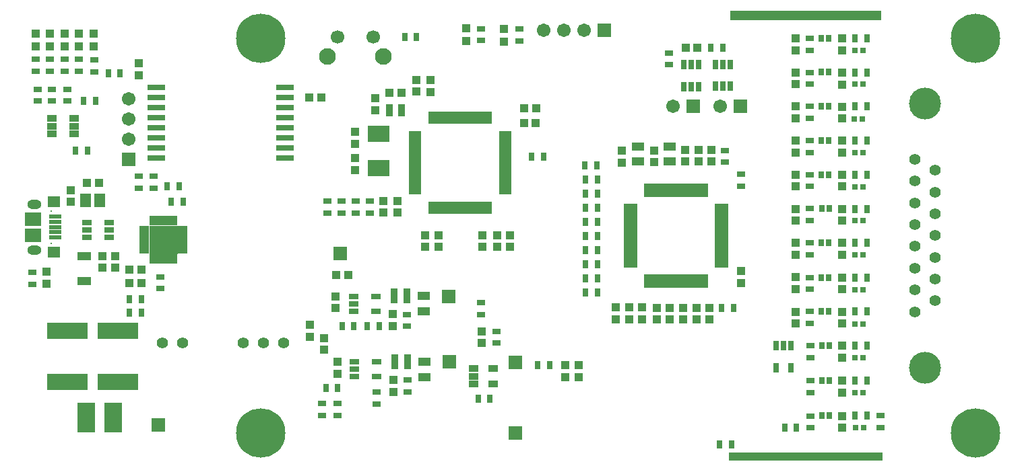
<source format=gts>
G04*
G04 #@! TF.GenerationSoftware,Altium Limited,Altium Designer,18.1.9 (240)*
G04*
G04 Layer_Color=8388736*
%FSAX25Y25*%
%MOIN*%
G70*
G01*
G75*
%ADD45R,0.74992X0.04724*%
%ADD46R,0.76022X0.04300*%
%ADD47R,0.05906X0.01968*%
%ADD48R,0.08280X0.06902*%
%ADD49R,0.06312X0.05524*%
%ADD50R,0.04737X0.03556*%
%ADD51R,0.01981X0.04540*%
%ADD52R,0.04540X0.01981*%
%ADD53R,0.13989X0.13989*%
%ADD54R,0.08674X0.03162*%
%ADD55R,0.03162X0.04737*%
%ADD56R,0.04737X0.03162*%
%ADD57R,0.11036X0.08280*%
%ADD58R,0.03044X0.03241*%
%ADD59R,0.03162X0.02769*%
%ADD60R,0.04343X0.03162*%
%ADD61R,0.03950X0.03950*%
%ADD62R,0.03162X0.04343*%
%ADD63R,0.03950X0.03950*%
%ADD64R,0.07099X0.04343*%
%ADD65R,0.08674X0.14973*%
%ADD66R,0.05485X0.06587*%
%ADD67R,0.20485X0.08280*%
%ADD68R,0.03556X0.07493*%
%ADD69R,0.05918X0.04343*%
%ADD70R,0.01981X0.06509*%
%ADD71R,0.06509X0.01981*%
%ADD72R,0.03753X0.06312*%
%ADD73R,0.01981X0.06312*%
%ADD74R,0.06312X0.01981*%
%ADD75R,0.00800X0.00800*%
%ADD76O,0.07099X0.04737*%
%ADD77C,0.15800*%
%ADD78C,0.05500*%
%ADD79C,0.05524*%
%ADD80R,0.06706X0.06706*%
%ADD81C,0.24422*%
%ADD82C,0.06706*%
%ADD83R,0.06706X0.06706*%
%ADD84C,0.08268*%
%ADD85C,0.06693*%
%ADD86C,0.02769*%
D45*
X0483203Y0329118D02*
D03*
D46*
X0483389Y0110675D02*
D03*
D47*
X0112102Y0226953D02*
D03*
Y0224394D02*
D03*
Y0219276D02*
D03*
Y0221835D02*
D03*
Y0229512D02*
D03*
D48*
X0100881Y0220358D02*
D03*
Y0228429D02*
D03*
D49*
X0111216Y0211795D02*
D03*
Y0236992D02*
D03*
D50*
X0121261Y0270654D02*
D03*
Y0274394D02*
D03*
Y0278134D02*
D03*
X0110435D02*
D03*
Y0274394D02*
D03*
Y0270654D02*
D03*
X0328539Y0146638D02*
D03*
Y0154118D02*
D03*
X0319090Y0146638D02*
D03*
Y0150378D02*
D03*
Y0154118D02*
D03*
D51*
X0159641Y0227543D02*
D03*
X0161609D02*
D03*
X0163578D02*
D03*
X0165547D02*
D03*
X0167515D02*
D03*
X0169483D02*
D03*
X0171452D02*
D03*
Y0208646D02*
D03*
X0169483D02*
D03*
X0167515D02*
D03*
X0165547D02*
D03*
X0163578D02*
D03*
X0161609D02*
D03*
X0159641D02*
D03*
D52*
X0174995Y0224000D02*
D03*
Y0222031D02*
D03*
Y0220063D02*
D03*
Y0218094D02*
D03*
Y0216126D02*
D03*
Y0214158D02*
D03*
Y0212189D02*
D03*
X0156098D02*
D03*
Y0214158D02*
D03*
Y0216126D02*
D03*
Y0218094D02*
D03*
Y0220063D02*
D03*
Y0222031D02*
D03*
Y0224000D02*
D03*
D53*
X0165547Y0218094D02*
D03*
D54*
X0162003Y0293468D02*
D03*
Y0288469D02*
D03*
Y0283469D02*
D03*
Y0278468D02*
D03*
Y0273468D02*
D03*
Y0268468D02*
D03*
Y0263469D02*
D03*
Y0258469D02*
D03*
X0225783Y0293468D02*
D03*
Y0288469D02*
D03*
Y0283469D02*
D03*
Y0278468D02*
D03*
Y0273468D02*
D03*
Y0268468D02*
D03*
Y0263469D02*
D03*
Y0258469D02*
D03*
D55*
X0422938Y0294112D02*
D03*
X0426678D02*
D03*
X0430418D02*
D03*
Y0304939D02*
D03*
X0426678D02*
D03*
X0422938D02*
D03*
X0438638Y0294212D02*
D03*
X0442378D02*
D03*
X0446118D02*
D03*
Y0305039D02*
D03*
X0442378D02*
D03*
X0438638D02*
D03*
X0476018Y0154712D02*
D03*
X0468538D02*
D03*
Y0165539D02*
D03*
X0472278D02*
D03*
X0476018D02*
D03*
D56*
X0127702Y0226654D02*
D03*
Y0222913D02*
D03*
Y0219173D02*
D03*
X0138529D02*
D03*
Y0222913D02*
D03*
Y0226654D02*
D03*
X0270935Y0157690D02*
D03*
Y0150209D02*
D03*
X0260108D02*
D03*
Y0153950D02*
D03*
Y0157690D02*
D03*
X0270591Y0190065D02*
D03*
Y0182585D02*
D03*
X0259765D02*
D03*
Y0186325D02*
D03*
Y0190065D02*
D03*
D57*
X0271978Y0253725D02*
D03*
Y0270654D02*
D03*
D58*
X0491328Y0130925D02*
D03*
X0495028D02*
D03*
X0491028Y0182525D02*
D03*
X0494728D02*
D03*
X0491277Y0165625D02*
D03*
X0494978D02*
D03*
X0491028Y0216625D02*
D03*
X0494728D02*
D03*
X0491278Y0148325D02*
D03*
X0494979D02*
D03*
X0491028Y0250425D02*
D03*
X0494728D02*
D03*
X0491178Y0233525D02*
D03*
X0494879D02*
D03*
X0490928Y0284125D02*
D03*
X0494628D02*
D03*
X0491128Y0267325D02*
D03*
X0494828D02*
D03*
X0490928Y0317925D02*
D03*
X0494628D02*
D03*
X0490977Y0301125D02*
D03*
X0494678D02*
D03*
X0491075Y0199425D02*
D03*
X0494776D02*
D03*
D59*
X0507909Y0124925D02*
D03*
X0511846D02*
D03*
X0507678Y0176425D02*
D03*
X0511615D02*
D03*
X0507778Y0159625D02*
D03*
X0511715D02*
D03*
X0507678Y0210525D02*
D03*
X0511615D02*
D03*
X0507778Y0142325D02*
D03*
X0511715D02*
D03*
X0507678Y0244325D02*
D03*
X0511615D02*
D03*
X0507678Y0227525D02*
D03*
X0511615D02*
D03*
X0507478Y0278025D02*
D03*
X0511415D02*
D03*
X0507778Y0261325D02*
D03*
X0511715D02*
D03*
X0507610Y0311825D02*
D03*
X0511547D02*
D03*
X0507678Y0295125D02*
D03*
X0511615D02*
D03*
X0507657Y0193325D02*
D03*
X0511594D02*
D03*
D60*
X0251721Y0136902D02*
D03*
Y0130997D02*
D03*
X0153342Y0243672D02*
D03*
Y0249578D02*
D03*
X0123814Y0301756D02*
D03*
Y0307661D02*
D03*
X0163972Y0199725D02*
D03*
Y0193820D02*
D03*
X0103342Y0292701D02*
D03*
Y0286795D02*
D03*
X0131295Y0301362D02*
D03*
Y0307268D02*
D03*
X0102365Y0301756D02*
D03*
Y0307661D02*
D03*
X0110270Y0292701D02*
D03*
Y0286795D02*
D03*
X0118153Y0286795D02*
D03*
Y0292700D02*
D03*
X0330178Y0166872D02*
D03*
Y0172778D02*
D03*
X0322678Y0180972D02*
D03*
Y0186878D02*
D03*
X0100588Y0196076D02*
D03*
Y0201981D02*
D03*
X0116727Y0307662D02*
D03*
Y0301756D02*
D03*
X0109444Y0307661D02*
D03*
Y0301756D02*
D03*
X0485278Y0312072D02*
D03*
Y0317978D02*
D03*
X0485325Y0193525D02*
D03*
Y0199431D02*
D03*
X0485278Y0278272D02*
D03*
Y0284178D02*
D03*
X0485378Y0244472D02*
D03*
Y0250378D02*
D03*
Y0210672D02*
D03*
Y0216578D02*
D03*
Y0176573D02*
D03*
Y0182478D02*
D03*
X0485278Y0295120D02*
D03*
Y0301025D02*
D03*
X0485478Y0261372D02*
D03*
Y0267278D02*
D03*
Y0227572D02*
D03*
Y0233478D02*
D03*
X0485578Y0142373D02*
D03*
Y0148278D02*
D03*
Y0165578D02*
D03*
Y0159672D02*
D03*
X0520378Y0130878D02*
D03*
Y0124972D02*
D03*
X0485678Y0130778D02*
D03*
Y0124872D02*
D03*
X0286078Y0175172D02*
D03*
Y0181078D02*
D03*
X0160626Y0249578D02*
D03*
Y0243672D02*
D03*
X0244121Y0130897D02*
D03*
Y0136802D02*
D03*
X0270921Y0136697D02*
D03*
Y0142602D02*
D03*
X0286421Y0142697D02*
D03*
Y0148602D02*
D03*
X0415578Y0304872D02*
D03*
Y0310778D02*
D03*
X0260578Y0237325D02*
D03*
Y0231420D02*
D03*
X0267578D02*
D03*
Y0237325D02*
D03*
X0253578Y0231420D02*
D03*
Y0237325D02*
D03*
X0246578D02*
D03*
Y0231420D02*
D03*
X0341578Y0322678D02*
D03*
Y0316772D02*
D03*
X0322778Y0322778D02*
D03*
Y0316872D02*
D03*
X0443178Y0262378D02*
D03*
Y0256472D02*
D03*
X0451478Y0250578D02*
D03*
Y0244672D02*
D03*
D61*
X0153342Y0299591D02*
D03*
Y0305496D02*
D03*
X0109444Y0314051D02*
D03*
Y0320350D02*
D03*
X0116728Y0314051D02*
D03*
Y0320350D02*
D03*
X0123814Y0314051D02*
D03*
Y0320350D02*
D03*
X0237987Y0170023D02*
D03*
Y0175929D02*
D03*
X0245074Y0169366D02*
D03*
Y0163461D02*
D03*
X0119727Y0236795D02*
D03*
Y0242701D02*
D03*
X0130901Y0314051D02*
D03*
Y0320350D02*
D03*
X0102365Y0313961D02*
D03*
Y0320260D02*
D03*
X0141532Y0210023D02*
D03*
Y0204117D02*
D03*
X0135244Y0210023D02*
D03*
Y0204117D02*
D03*
X0107673Y0196244D02*
D03*
Y0202150D02*
D03*
X0501178Y0317878D02*
D03*
Y0311972D02*
D03*
X0478178Y0317978D02*
D03*
Y0312072D02*
D03*
X0501225Y0199425D02*
D03*
Y0193520D02*
D03*
X0478225Y0199478D02*
D03*
Y0193572D02*
D03*
X0478178Y0284131D02*
D03*
Y0278225D02*
D03*
X0501178Y0284078D02*
D03*
Y0278172D02*
D03*
X0478278Y0250378D02*
D03*
Y0244472D02*
D03*
X0501278Y0250378D02*
D03*
Y0244472D02*
D03*
X0478278Y0216578D02*
D03*
Y0210672D02*
D03*
X0501278Y0216578D02*
D03*
Y0210672D02*
D03*
X0478278Y0182431D02*
D03*
Y0176525D02*
D03*
X0501278Y0182431D02*
D03*
Y0176525D02*
D03*
X0501178Y0300978D02*
D03*
Y0295072D02*
D03*
X0478178Y0301031D02*
D03*
Y0295125D02*
D03*
X0501278Y0267178D02*
D03*
Y0261272D02*
D03*
X0478278Y0267278D02*
D03*
Y0261372D02*
D03*
X0501278Y0233378D02*
D03*
Y0227472D02*
D03*
X0478278Y0233431D02*
D03*
Y0227525D02*
D03*
X0501378Y0148131D02*
D03*
Y0142225D02*
D03*
Y0165478D02*
D03*
Y0159572D02*
D03*
Y0130731D02*
D03*
Y0124825D02*
D03*
X0250578Y0184172D02*
D03*
Y0190078D02*
D03*
X0278878Y0175220D02*
D03*
Y0181125D02*
D03*
X0251521Y0151744D02*
D03*
Y0157650D02*
D03*
X0279221Y0142697D02*
D03*
Y0148602D02*
D03*
X0409578Y0184425D02*
D03*
Y0178520D02*
D03*
X0416078D02*
D03*
Y0184425D02*
D03*
X0423678Y0262778D02*
D03*
Y0256872D02*
D03*
X0408178Y0256525D02*
D03*
Y0262431D02*
D03*
X0392378Y0256372D02*
D03*
Y0262278D02*
D03*
X0451478Y0202678D02*
D03*
Y0196772D02*
D03*
X0435678Y0178520D02*
D03*
Y0184425D02*
D03*
X0323178Y0214520D02*
D03*
Y0220425D02*
D03*
X0323078Y0166873D02*
D03*
Y0172778D02*
D03*
X0333853Y0316253D02*
D03*
Y0322553D02*
D03*
X0315478Y0316526D02*
D03*
Y0322825D02*
D03*
X0260178Y0258578D02*
D03*
Y0252672D02*
D03*
Y0265720D02*
D03*
Y0271625D02*
D03*
X0270378Y0288278D02*
D03*
Y0282372D02*
D03*
X0297578Y0297278D02*
D03*
Y0291372D02*
D03*
X0290678Y0297378D02*
D03*
Y0291472D02*
D03*
X0294878Y0214472D02*
D03*
Y0220378D02*
D03*
X0301578Y0214520D02*
D03*
Y0220425D02*
D03*
X0337078Y0214472D02*
D03*
Y0220378D02*
D03*
X0330678Y0214472D02*
D03*
Y0220378D02*
D03*
X0274478Y0231472D02*
D03*
Y0237378D02*
D03*
X0281178Y0231520D02*
D03*
Y0237425D02*
D03*
X0389278Y0178572D02*
D03*
Y0184478D02*
D03*
X0395878Y0178572D02*
D03*
Y0184478D02*
D03*
X0402478Y0178572D02*
D03*
Y0184478D02*
D03*
X0430178Y0262778D02*
D03*
Y0256872D02*
D03*
X0436578Y0262778D02*
D03*
Y0256872D02*
D03*
X0422678Y0178472D02*
D03*
Y0184378D02*
D03*
X0429178Y0178472D02*
D03*
Y0184378D02*
D03*
X0371058Y0149937D02*
D03*
Y0155842D02*
D03*
X0364365Y0149937D02*
D03*
Y0155842D02*
D03*
D62*
X0173398Y0244472D02*
D03*
X0167492D02*
D03*
X0148617Y0188625D02*
D03*
X0154523D02*
D03*
X0144090Y0300772D02*
D03*
X0138184D02*
D03*
X0154523Y0181874D02*
D03*
X0148617D02*
D03*
X0121995Y0262125D02*
D03*
X0127901D02*
D03*
X0131885Y0286992D02*
D03*
X0125979D02*
D03*
X0327161Y0139350D02*
D03*
X0321255D02*
D03*
X0175192Y0237087D02*
D03*
X0169287D02*
D03*
X0356531Y0155890D02*
D03*
X0350625D02*
D03*
X0446717Y0116520D02*
D03*
X0440811D02*
D03*
X0507625Y0317925D02*
D03*
X0513531D02*
D03*
X0507673Y0199425D02*
D03*
X0513578D02*
D03*
X0507625Y0284125D02*
D03*
X0513531D02*
D03*
X0507725Y0250425D02*
D03*
X0513631D02*
D03*
X0507725Y0216625D02*
D03*
X0513631D02*
D03*
X0507725Y0182525D02*
D03*
X0513631D02*
D03*
X0507673Y0301025D02*
D03*
X0513578D02*
D03*
X0507772Y0267225D02*
D03*
X0513678D02*
D03*
X0507725Y0233425D02*
D03*
X0513631D02*
D03*
X0507825Y0148225D02*
D03*
X0513731D02*
D03*
X0507825Y0165525D02*
D03*
X0513731D02*
D03*
X0507825Y0130825D02*
D03*
X0513731D02*
D03*
X0472878Y0124925D02*
D03*
X0478784D02*
D03*
X0259778Y0175225D02*
D03*
X0253872D02*
D03*
X0266325D02*
D03*
X0272231D02*
D03*
X0251774Y0144450D02*
D03*
X0245868D02*
D03*
X0436473Y0313225D02*
D03*
X0442378D02*
D03*
X0374278Y0205925D02*
D03*
X0380184D02*
D03*
X0374272Y0247925D02*
D03*
X0380178D02*
D03*
X0374325Y0226925D02*
D03*
X0380231D02*
D03*
X0374325Y0219925D02*
D03*
X0380231D02*
D03*
X0380231Y0240925D02*
D03*
X0374325D02*
D03*
X0374325Y0198925D02*
D03*
X0380231D02*
D03*
X0374372Y0233925D02*
D03*
X0380278D02*
D03*
X0374278Y0212925D02*
D03*
X0380184D02*
D03*
X0374325Y0191925D02*
D03*
X0380231D02*
D03*
X0441825Y0184325D02*
D03*
X0447731D02*
D03*
X0353531Y0259225D02*
D03*
X0347625D02*
D03*
X0380031Y0254925D02*
D03*
X0374125D02*
D03*
X0290831Y0318725D02*
D03*
X0284925D02*
D03*
D63*
X0133629Y0246400D02*
D03*
X0127724D02*
D03*
X0154720Y0203134D02*
D03*
X0148814D02*
D03*
X0154721Y0196772D02*
D03*
X0148815D02*
D03*
X0243696Y0288567D02*
D03*
X0237790D02*
D03*
X0423925Y0313225D02*
D03*
X0429831D02*
D03*
X0256885Y0200772D02*
D03*
X0250979D02*
D03*
X0277325Y0290825D02*
D03*
X0283231D02*
D03*
X0349831Y0276025D02*
D03*
X0343925D02*
D03*
X0349884Y0283325D02*
D03*
X0343978D02*
D03*
D64*
X0126176Y0209790D02*
D03*
Y0197586D02*
D03*
D65*
X0127357Y0129905D02*
D03*
X0140743D02*
D03*
D66*
X0133873Y0237779D02*
D03*
X0127141D02*
D03*
D67*
X0143105Y0147622D02*
D03*
Y0172819D02*
D03*
X0117909Y0147622D02*
D03*
Y0172819D02*
D03*
D68*
X0286128Y0190125D02*
D03*
X0279828D02*
D03*
X0286371Y0157650D02*
D03*
X0280072D02*
D03*
D69*
X0294478Y0182685D02*
D03*
Y0190165D02*
D03*
X0294821Y0150110D02*
D03*
Y0157590D02*
D03*
X0415978Y0264365D02*
D03*
Y0256885D02*
D03*
X0400178Y0264405D02*
D03*
Y0256925D02*
D03*
D70*
X0433942Y0197586D02*
D03*
X0431973D02*
D03*
X0430005D02*
D03*
X0428036D02*
D03*
X0426068D02*
D03*
X0424099D02*
D03*
X0422131D02*
D03*
X0420162D02*
D03*
X0418194D02*
D03*
X0416225D02*
D03*
X0414257D02*
D03*
X0412288D02*
D03*
X0410320D02*
D03*
X0408351D02*
D03*
X0406383D02*
D03*
X0404414D02*
D03*
Y0242665D02*
D03*
X0406383D02*
D03*
X0408351D02*
D03*
X0410320D02*
D03*
X0412288D02*
D03*
X0414257D02*
D03*
X0416225D02*
D03*
X0418194D02*
D03*
X0420162D02*
D03*
X0422131D02*
D03*
X0424099D02*
D03*
X0426068D02*
D03*
X0428036D02*
D03*
X0430005D02*
D03*
X0431973D02*
D03*
X0433942D02*
D03*
D71*
X0396639Y0205361D02*
D03*
Y0207330D02*
D03*
Y0209298D02*
D03*
Y0211267D02*
D03*
Y0213235D02*
D03*
Y0215204D02*
D03*
Y0217172D02*
D03*
Y0219141D02*
D03*
Y0221110D02*
D03*
Y0223078D02*
D03*
Y0225046D02*
D03*
Y0227015D02*
D03*
Y0228983D02*
D03*
Y0230952D02*
D03*
Y0232921D02*
D03*
Y0234889D02*
D03*
X0441717D02*
D03*
Y0232921D02*
D03*
Y0230952D02*
D03*
Y0228983D02*
D03*
Y0227015D02*
D03*
Y0225046D02*
D03*
Y0223078D02*
D03*
Y0221110D02*
D03*
Y0219141D02*
D03*
Y0217172D02*
D03*
Y0215204D02*
D03*
Y0213235D02*
D03*
Y0211267D02*
D03*
Y0209298D02*
D03*
Y0207330D02*
D03*
Y0205361D02*
D03*
D72*
X0283178Y0282425D02*
D03*
X0277469D02*
D03*
D73*
X0297614Y0278766D02*
D03*
X0299583D02*
D03*
X0301551D02*
D03*
X0303520D02*
D03*
X0305488D02*
D03*
X0307457D02*
D03*
X0309425D02*
D03*
X0311394D02*
D03*
X0313362D02*
D03*
X0315331D02*
D03*
X0317299D02*
D03*
X0319268D02*
D03*
X0321236D02*
D03*
X0323205D02*
D03*
X0325173D02*
D03*
X0327142D02*
D03*
Y0233884D02*
D03*
X0325173D02*
D03*
X0323205D02*
D03*
X0321236D02*
D03*
X0319268D02*
D03*
X0317299D02*
D03*
X0315331D02*
D03*
X0313362D02*
D03*
X0311394D02*
D03*
X0309425D02*
D03*
X0307457D02*
D03*
X0305488D02*
D03*
X0303520D02*
D03*
X0301551D02*
D03*
X0299583D02*
D03*
X0297614D02*
D03*
D74*
X0334819Y0271089D02*
D03*
Y0269121D02*
D03*
Y0267152D02*
D03*
Y0265183D02*
D03*
Y0263215D02*
D03*
Y0261246D02*
D03*
Y0259278D02*
D03*
Y0257310D02*
D03*
Y0255341D02*
D03*
Y0253372D02*
D03*
Y0251404D02*
D03*
Y0249435D02*
D03*
Y0247467D02*
D03*
Y0245498D02*
D03*
Y0243530D02*
D03*
Y0241561D02*
D03*
X0289937D02*
D03*
Y0243530D02*
D03*
Y0245498D02*
D03*
Y0247467D02*
D03*
Y0249435D02*
D03*
Y0251404D02*
D03*
Y0253372D02*
D03*
Y0255341D02*
D03*
Y0257310D02*
D03*
Y0259278D02*
D03*
Y0261246D02*
D03*
Y0263215D02*
D03*
Y0265183D02*
D03*
Y0267152D02*
D03*
Y0269121D02*
D03*
Y0271089D02*
D03*
D75*
X0110135Y0216433D02*
D03*
Y0232378D02*
D03*
D76*
X0101671Y0213075D02*
D03*
Y0235713D02*
D03*
D77*
X0542200Y0154631D02*
D03*
Y0285731D02*
D03*
D78*
X0547200Y0187819D02*
D03*
Y0198606D02*
D03*
Y0209394D02*
D03*
Y0220181D02*
D03*
Y0230968D02*
D03*
Y0241756D02*
D03*
Y0252543D02*
D03*
X0537200Y0182425D02*
D03*
Y0193213D02*
D03*
Y0204000D02*
D03*
Y0214787D02*
D03*
Y0225575D02*
D03*
Y0236362D02*
D03*
Y0247150D02*
D03*
Y0257937D02*
D03*
D79*
X0164917Y0166913D02*
D03*
X0174917D02*
D03*
X0204917D02*
D03*
X0214916D02*
D03*
X0224917D02*
D03*
D80*
X0252948Y0211267D02*
D03*
X0163047Y0126225D02*
D03*
X0339562Y0157302D02*
D03*
X0306578Y0190025D02*
D03*
X0306921Y0157550D02*
D03*
X0339562Y0122425D02*
D03*
X0451078Y0284125D02*
D03*
X0427778D02*
D03*
X0383578Y0321925D02*
D03*
D81*
X0567278Y0122425D02*
D03*
Y0317925D02*
D03*
X0213578D02*
D03*
Y0122425D02*
D03*
D82*
X0441078Y0284125D02*
D03*
X0417778D02*
D03*
X0373578Y0321925D02*
D03*
X0363578D02*
D03*
X0353578D02*
D03*
X0148224Y0267937D02*
D03*
Y0277937D02*
D03*
Y0287937D02*
D03*
D83*
Y0257937D02*
D03*
D84*
X0246778Y0308925D02*
D03*
X0274337D02*
D03*
D85*
X0251699Y0318728D02*
D03*
X0269416D02*
D03*
D86*
X0165547Y0218094D02*
D03*
X0163047Y0220595D02*
D03*
X0168046Y0215595D02*
D03*
Y0220595D02*
D03*
X0163047Y0215595D02*
D03*
M02*

</source>
